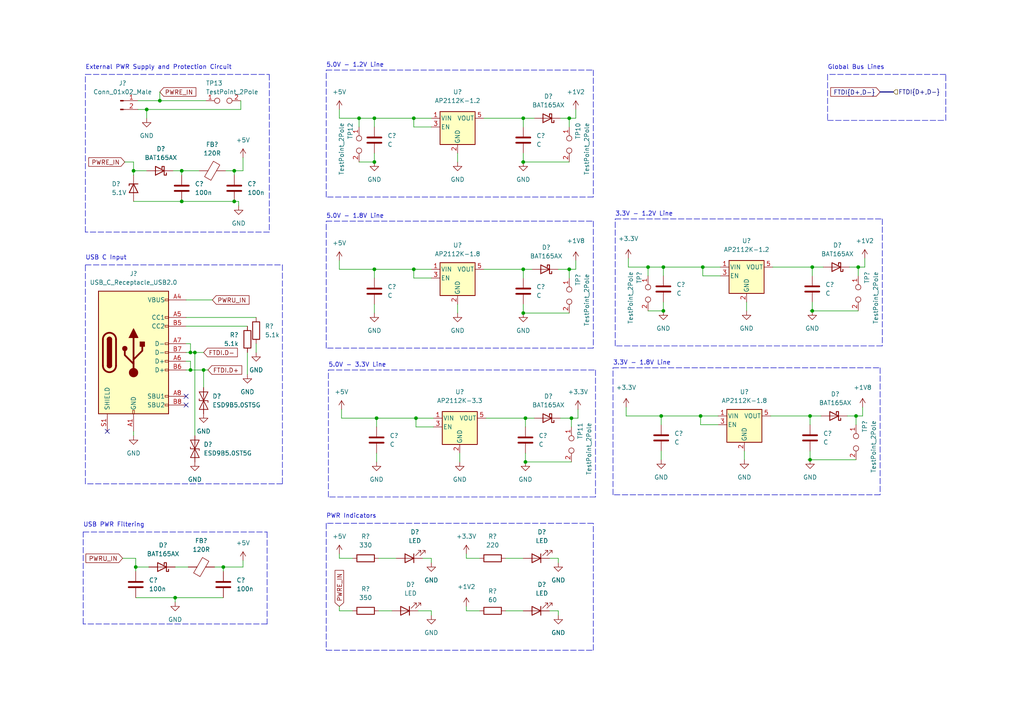
<source format=kicad_sch>
(kicad_sch (version 20211123) (generator eeschema)
  (paper "A4")
  (lib_symbols
    (symbol "Connector:Conn_01x02_Male" (pin_names (offset 1.016) hide)
      (property "Reference" "J" (at 0 2.54 0))
      (property "Value" "Conn_01x02_Male" (at 0 -5.08 0))
      (symbol "Conn_01x02_Male_1_1"
        (polyline (pts (xy 1.27 -2.54) (xy 0.8636 -2.54)) (stroke (width 0.1524)))
        (polyline (pts (xy 1.27 0) (xy 0.8636 0)) (stroke (width 0.1524)))
        (rectangle (start 0.8636 -2.413) (end 0 -2.667) (stroke (width 0.1524)) (fill (type outline)))
        (rectangle (start 0.8636 0.127) (end 0 -0.127) (stroke (width 0.1524)) (fill (type outline)))
        (pin passive line (at 5.08 0 180) (length 3.81) (name "Pin_1") (number "1"))
        (pin passive line (at 5.08 -2.54 180) (length 3.81) (name "Pin_2") (number "2"))
      )
    )
    (symbol "Connector:TestPoint_2Pole" (pin_names (offset 0.762) hide)
      (property "Reference" "TP" (at 0 1.524 0))
      (property "Value" "TestPoint_2Pole" (at 0 -1.778 0))
      (symbol "TestPoint_2Pole_0_1"
        (circle (center -1.778 0) (radius 0.762))
        (circle (center 1.778 0) (radius 0.762))
        (pin passive line (at -5.08 0 0) (length 2.54) (name "1") (number "1"))
        (pin passive line (at 5.08 0 180) (length 2.54) (name "2") (number "2"))
      )
    )
    (symbol "Connector:USB_C_Receptacle_USB2.0" (pin_names (offset 1.016))
      (property "Reference" "J" (at -10.16 19.05 0))
      (property "Value" "USB_C_Receptacle_USB2.0" (at 19.05 19.05 0))
      (symbol "USB_C_Receptacle_USB2.0_0_0"
        (rectangle (start -0.254 -17.78) (end 0.254 -16.764))
        (rectangle (start 10.16 -14.986) (end 9.144 -15.494))
        (rectangle (start 10.16 -12.446) (end 9.144 -12.954))
        (rectangle (start 10.16 -4.826) (end 9.144 -5.334))
        (rectangle (start 10.16 -2.286) (end 9.144 -2.794))
        (rectangle (start 10.16 0.254) (end 9.144 -0.254))
        (rectangle (start 10.16 2.794) (end 9.144 2.286))
        (rectangle (start 10.16 7.874) (end 9.144 7.366))
        (rectangle (start 10.16 10.414) (end 9.144 9.906))
        (rectangle (start 10.16 15.494) (end 9.144 14.986))
      )
      (symbol "USB_C_Receptacle_USB2.0_0_1"
        (rectangle (start -10.16 17.78) (end 10.16 -17.78) (stroke (width 0.254)) (fill (type background)))
        (arc (start -8.89 -3.81) (mid -6.985 -5.715) (end -5.08 -3.81) (stroke (width 0.508)))
        (arc (start -7.62 -3.81) (mid -6.985 -4.445) (end -6.35 -3.81) (stroke (width 0.254)))
        (arc (start -7.62 -3.81) (mid -6.985 -4.445) (end -6.35 -3.81) (stroke (width 0.254)) (fill (type outline)))
        (rectangle (start -7.62 -3.81) (end -6.35 3.81) (stroke (width 0.254)) (fill (type outline)))
        (arc (start -6.35 3.81) (mid -6.985 4.445) (end -7.62 3.81) (stroke (width 0.254)))
        (arc (start -6.35 3.81) (mid -6.985 4.445) (end -7.62 3.81) (stroke (width 0.254)) (fill (type outline)))
        (arc (start -5.08 3.81) (mid -6.985 5.715) (end -8.89 3.81) (stroke (width 0.508)))
        (circle (center -2.54 1.143) (radius 0.635) (stroke (width 0.254)) (fill (type outline)))
        (circle (center 0 -5.842) (radius 1.27) (fill (type outline)))
        (polyline (pts (xy -8.89 -3.81) (xy -8.89 3.81)) (stroke (width 0.508)))
        (polyline (pts (xy -5.08 3.81) (xy -5.08 -3.81)) (stroke (width 0.508)))
        (polyline (pts (xy 0 -5.842) (xy 0 4.318)) (stroke (width 0.508)))
        (polyline (pts (xy 0 -3.302) (xy -2.54 -0.762) (xy -2.54 0.508)) (stroke (width 0.508)))
        (polyline (pts (xy 0 -2.032) (xy 2.54 0.508) (xy 2.54 1.778)) (stroke (width 0.508)))
        (polyline (pts (xy -1.27 4.318) (xy 0 6.858) (xy 1.27 4.318) (xy -1.27 4.318)) (stroke (width 0.254)) (fill (type outline)))
        (rectangle (start 1.905 1.778) (end 3.175 3.048) (stroke (width 0.254)) (fill (type outline)))
      )
      (symbol "USB_C_Receptacle_USB2.0_1_1"
        (pin passive line (at 0 -22.86 90) (length 5.08) (name "GND") (number "A1"))
        (pin passive line (at 0 -22.86 90) (length 5.08) hide (name "GND") (number "A12"))
        (pin passive line (at 15.24 15.24 180) (length 5.08) (name "VBUS") (number "A4"))
        (pin bidirectional line (at 15.24 10.16 180) (length 5.08) (name "CC1") (number "A5"))
        (pin bidirectional line (at 15.24 -2.54 180) (length 5.08) (name "D+") (number "A6"))
        (pin bidirectional line (at 15.24 2.54 180) (length 5.08) (name "D-") (number "A7"))
        (pin bidirectional line (at 15.24 -12.7 180) (length 5.08) (name "SBU1") (number "A8"))
        (pin passive line (at 15.24 15.24 180) (length 5.08) hide (name "VBUS") (number "A9"))
        (pin passive line (at 0 -22.86 90) (length 5.08) hide (name "GND") (number "B1"))
        (pin passive line (at 0 -22.86 90) (length 5.08) hide (name "GND") (number "B12"))
        (pin passive line (at 15.24 15.24 180) (length 5.08) hide (name "VBUS") (number "B4"))
        (pin bidirectional line (at 15.24 7.62 180) (length 5.08) (name "CC2") (number "B5"))
        (pin bidirectional line (at 15.24 -5.08 180) (length 5.08) (name "D+") (number "B6"))
        (pin bidirectional line (at 15.24 0 180) (length 5.08) (name "D-") (number "B7"))
        (pin bidirectional line (at 15.24 -15.24 180) (length 5.08) (name "SBU2") (number "B8"))
        (pin passive line (at 15.24 15.24 180) (length 5.08) hide (name "VBUS") (number "B9"))
        (pin passive line (at -7.62 -22.86 90) (length 5.08) (name "SHIELD") (number "S1"))
      )
    )
    (symbol "Device:C" (pin_numbers hide) (pin_names (offset 0.254))
      (property "Reference" "C" (at 0.635 2.54 0))
      (property "Value" "C" (at 0.635 -2.54 0))
      (symbol "C_0_1"
        (polyline (pts (xy -2.032 -0.762) (xy 2.032 -0.762)) (stroke (width 0.508)))
        (polyline (pts (xy -2.032 0.762) (xy 2.032 0.762)) (stroke (width 0.508)))
      )
      (symbol "C_1_1"
        (pin passive line (at 0 3.81 270) (length 2.794) (name "~") (number "1"))
        (pin passive line (at 0 -3.81 90) (length 2.794) (name "~") (number "2"))
      )
    )
    (symbol "Device:D_Schottky" (pin_numbers hide) (pin_names (offset 1.016) hide)
      (property "Reference" "D" (at 0 2.54 0))
      (property "Value" "D_Schottky" (at 0 -2.54 0))
      (symbol "D_Schottky_0_1"
        (polyline (pts (xy 1.27 0) (xy -1.27 0)))
        (polyline (pts (xy 1.27 1.27) (xy 1.27 -1.27) (xy -1.27 0) (xy 1.27 1.27)) (stroke (width 0.254)))
        (polyline (pts (xy -1.905 0.635) (xy -1.905 1.27) (xy -1.27 1.27) (xy -1.27 -1.27) (xy -0.635 -1.27) (xy -0.635 -0.635)) (stroke (width 0.254)))
      )
      (symbol "D_Schottky_1_1"
        (pin passive line (at -3.81 0 0) (length 2.54) (name "K") (number "1"))
        (pin passive line (at 3.81 0 180) (length 2.54) (name "A") (number "2"))
      )
    )
    (symbol "Device:D_Zener" (pin_numbers hide) (pin_names (offset 1.016) hide)
      (property "Reference" "D" (at 0 2.54 0))
      (property "Value" "D_Zener" (at 0 -2.54 0))
      (symbol "D_Zener_0_1"
        (polyline (pts (xy 1.27 0) (xy -1.27 0)))
        (polyline (pts (xy -1.27 -1.27) (xy -1.27 1.27) (xy -0.762 1.27)) (stroke (width 0.254)))
        (polyline (pts (xy 1.27 -1.27) (xy 1.27 1.27) (xy -1.27 0) (xy 1.27 -1.27)) (stroke (width 0.254)))
      )
      (symbol "D_Zener_1_1"
        (pin passive line (at -3.81 0 0) (length 2.54) (name "K") (number "1"))
        (pin passive line (at 3.81 0 180) (length 2.54) (name "A") (number "2"))
      )
    )
    (symbol "Device:FerriteBead" (pin_numbers hide) (pin_names (offset 0))
      (property "Reference" "FB" (at -3.81 0.635 90))
      (property "Value" "FerriteBead" (at 3.81 0 90))
      (symbol "FerriteBead_0_1"
        (polyline (pts (xy 0 -1.27) (xy 0 -1.2192)))
        (polyline (pts (xy 0 1.27) (xy 0 1.2954)))
        (polyline (pts (xy -2.7686 0.4064) (xy -1.7018 2.2606) (xy 2.7686 -0.3048) (xy 1.6764 -2.159) (xy -2.7686 0.4064)))
      )
      (symbol "FerriteBead_1_1"
        (pin passive line (at 0 3.81 270) (length 2.54) (name "~") (number "1"))
        (pin passive line (at 0 -3.81 90) (length 2.54) (name "~") (number "2"))
      )
    )
    (symbol "Device:LED" (pin_numbers hide) (pin_names (offset 1.016) hide)
      (property "Reference" "D" (at 0 2.54 0))
      (property "Value" "LED" (at 0 -2.54 0))
      (symbol "LED_0_1"
        (polyline (pts (xy -1.27 -1.27) (xy -1.27 1.27)) (stroke (width 0.254)))
        (polyline (pts (xy -1.27 0) (xy 1.27 0)))
        (polyline (pts (xy 1.27 -1.27) (xy 1.27 1.27) (xy -1.27 0) (xy 1.27 -1.27)) (stroke (width 0.254)))
        (polyline (pts (xy -3.048 -0.762) (xy -4.572 -2.286) (xy -3.81 -2.286) (xy -4.572 -2.286) (xy -4.572 -1.524)))
        (polyline (pts (xy -1.778 -0.762) (xy -3.302 -2.286) (xy -2.54 -2.286) (xy -3.302 -2.286) (xy -3.302 -1.524)))
      )
      (symbol "LED_1_1"
        (pin passive line (at -3.81 0 0) (length 2.54) (name "K") (number "1"))
        (pin passive line (at 3.81 0 180) (length 2.54) (name "A") (number "2"))
      )
    )
    (symbol "Device:R" (pin_numbers hide) (pin_names (offset 0))
      (property "Reference" "R" (at 2.032 0 90))
      (property "Value" "R" (at 0 0 90))
      (symbol "R_0_1"
        (rectangle (start -1.016 -2.54) (end 1.016 2.54) (stroke (width 0.254)))
      )
      (symbol "R_1_1"
        (pin passive line (at 0 3.81 270) (length 1.27) (name "~") (number "1"))
        (pin passive line (at 0 -3.81 90) (length 1.27) (name "~") (number "2"))
      )
    )
    (symbol "Diode:ESD9B5.0ST5G" (pin_numbers hide) (pin_names (offset 1.016) hide)
      (property "Reference" "D" (at 0 2.54 0))
      (property "Value" "ESD9B5.0ST5G" (at 0 -2.54 0))
      (symbol "ESD9B5.0ST5G_0_1"
        (polyline (pts (xy 1.27 0) (xy -1.27 0)))
        (polyline (pts (xy -2.54 -1.27) (xy 0 0) (xy -2.54 1.27) (xy -2.54 -1.27)) (stroke (width 0.2032)))
        (polyline (pts (xy 0.508 1.27) (xy 0 1.27) (xy 0 -1.27) (xy -0.508 -1.27)) (stroke (width 0.2032)))
        (polyline (pts (xy 2.54 1.27) (xy 2.54 -1.27) (xy 0 0) (xy 2.54 1.27)) (stroke (width 0.2032)))
      )
      (symbol "ESD9B5.0ST5G_1_1"
        (pin passive line (at -3.81 0 0) (length 2.54) (name "A1") (number "1"))
        (pin passive line (at 3.81 0 180) (length 2.54) (name "A2") (number "2"))
      )
    )
    (symbol "Regulator_Linear:AP2112K-1.2" (pin_names (offset 0.254))
      (property "Reference" "U" (at -5.08 5.715 0))
      (property "Value" "AP2112K-1.2" (at 0 5.715 0))
      (symbol "AP2112K-1.2_0_1"
        (rectangle (start -5.08 4.445) (end 5.08 -5.08) (stroke (width 0.254)) (fill (type background)))
      )
      (symbol "AP2112K-1.2_1_1"
        (pin power_in line (at -7.62 2.54 0) (length 2.54) (name "VIN") (number "1"))
        (pin power_in line (at 0 -7.62 90) (length 2.54) (name "GND") (number "2"))
        (pin input line (at -7.62 0 0) (length 2.54) (name "EN") (number "3"))
        (pin no_connect line (at 5.08 0 180) (length 2.54) hide (name "NC") (number "4"))
        (pin power_out line (at 7.62 2.54 180) (length 2.54) (name "VOUT") (number "5"))
      )
    )
    (symbol "Regulator_Linear:AP2112K-3.3" (pin_names (offset 0.254))
      (property "Reference" "U" (at -5.08 5.715 0))
      (property "Value" "AP2112K-3.3" (at 0 5.715 0))
      (symbol "AP2112K-3.3_0_1"
        (rectangle (start -5.08 4.445) (end 5.08 -5.08) (stroke (width 0.254)) (fill (type background)))
      )
      (symbol "AP2112K-3.3_1_1"
        (pin power_in line (at -7.62 2.54 0) (length 2.54) (name "VIN") (number "1"))
        (pin power_in line (at 0 -7.62 90) (length 2.54) (name "GND") (number "2"))
        (pin input line (at -7.62 0 0) (length 2.54) (name "EN") (number "3"))
        (pin no_connect line (at 5.08 0 180) (length 2.54) hide (name "NC") (number "4"))
        (pin power_out line (at 7.62 2.54 180) (length 2.54) (name "VOUT") (number "5"))
      )
    )
    (symbol "power:+1V2" (power) (pin_names (offset 0))
      (property "Value" "+1V2" (at 0 3.556 0))
      (symbol "+1V2_0_1"
        (polyline (pts (xy -0.762 1.27) (xy 0 2.54)))
        (polyline (pts (xy 0 0) (xy 0 2.54)))
        (polyline (pts (xy 0 2.54) (xy 0.762 1.27)))
      )
      (symbol "+1V2_1_1"
        (pin power_in line (at 0 0 90) (length 0) hide (name "+1V2") (number "1"))
      )
    )
    (symbol "power:+1V8" (power) (pin_names (offset 0))
      (property "Value" "+1V8" (at 0 3.556 0))
      (symbol "+1V8_0_1"
        (polyline (pts (xy -0.762 1.27) (xy 0 2.54)))
        (polyline (pts (xy 0 0) (xy 0 2.54)))
        (polyline (pts (xy 0 2.54) (xy 0.762 1.27)))
      )
      (symbol "+1V8_1_1"
        (pin power_in line (at 0 0 90) (length 0) hide (name "+1V8") (number "1"))
      )
    )
    (symbol "power:+3.3V" (power) (pin_names (offset 0))
      (property "Value" "+3.3V" (at 0 3.556 0))
      (symbol "+3.3V_0_1"
        (polyline (pts (xy -0.762 1.27) (xy 0 2.54)))
        (polyline (pts (xy 0 0) (xy 0 2.54)))
        (polyline (pts (xy 0 2.54) (xy 0.762 1.27)))
      )
      (symbol "+3.3V_1_1"
        (pin power_in line (at 0 0 90) (length 0) hide (name "+3.3V") (number "1"))
      )
    )
    (symbol "power:+5V" (power) (pin_names (offset 0))
      (property "Value" "+5V" (at 0 3.556 0))
      (symbol "+5V_0_1"
        (polyline (pts (xy -0.762 1.27) (xy 0 2.54)))
        (polyline (pts (xy 0 0) (xy 0 2.54)))
        (polyline (pts (xy 0 2.54) (xy 0.762 1.27)))
      )
      (symbol "+5V_1_1"
        (pin power_in line (at 0 0 90) (length 0) hide (name "+5V") (number "1"))
      )
    )
    (symbol "power:GND" (power) (pin_names (offset 0))
      (property "Value" "GND" (at 0 -3.81 0))
      (symbol "GND_0_1"
        (polyline (pts (xy 0 0) (xy 0 -1.27) (xy 1.27 -1.27) (xy 0 -2.54) (xy -1.27 -1.27) (xy 0 -1.27)))
      )
      (symbol "GND_1_1"
        (pin power_in line (at 0 0 270) (length 0) hide (name "GND") (number "1"))
      )
    )
  )
  (junction (at 165.735 121.285))
  (junction (at 165.1 78.105))
  (junction (at 56.515 102.235))
  (junction (at 52.705 58.42))
  (junction (at 152.4 133.985))
  (junction (at 234.95 133.35))
  (junction (at 55.245 102.235))
  (junction (at 39.37 164.465))
  (junction (at 108.585 78.105))
  (junction (at 151.765 34.29))
  (junction (at 38.735 49.53))
  (junction (at 248.92 77.47))
  (junction (at 151.765 90.805))
  (junction (at 104.14 34.29))
  (junction (at 234.95 120.65))
  (junction (at 59.055 107.315))
  (junction (at 248.285 120.65))
  (junction (at 191.77 120.65))
  (junction (at 203.2 120.65))
  (junction (at 235.585 90.17))
  (junction (at 67.945 49.53))
  (junction (at 192.405 90.17))
  (junction (at 192.405 77.47))
  (junction (at 120.015 78.105))
  (junction (at 64.77 164.465))
  (junction (at 67.945 58.42))
  (junction (at 151.765 46.99))
  (junction (at 42.545 31.75))
  (junction (at 235.585 77.47))
  (junction (at 120.65 121.285))
  (junction (at 46.355 29.21))
  (junction (at 108.585 34.29))
  (junction (at 165.1 34.29))
  (junction (at 187.96 77.47))
  (junction (at 151.765 78.105))
  (junction (at 152.4 121.285))
  (junction (at 55.245 107.315))
  (junction (at 50.8 173.355))
  (junction (at 109.22 121.285))
  (junction (at 108.585 46.99))
  (junction (at 203.835 77.47))
  (junction (at 120.015 34.29))
  (junction (at 52.705 49.53))
  (no_connect (at 53.975 117.475))
  (no_connect (at 53.975 114.935))
  (no_connect (at 31.115 125.095))
  (wire (pts (xy 109.22 121.285) (xy 109.22 123.825)))
  (wire (pts (xy 132.715 88.265) (xy 132.715 90.805)))
  (wire (pts (xy 151.765 46.99) (xy 165.1 46.99)))
  (polyline (pts (xy 78.105 67.31) (xy 24.765 67.31)))
  (wire (pts (xy 191.77 130.81) (xy 191.77 133.35)))
  (wire (pts (xy 40.005 29.21) (xy 46.355 29.21)))
  (wire (pts (xy 167.005 31.75) (xy 167.005 34.29)))
  (wire (pts (xy 140.97 121.285) (xy 152.4 121.285)))
  (wire (pts (xy 161.925 161.925) (xy 161.925 163.195)))
  (wire (pts (xy 161.925 78.105) (xy 165.1 78.105)))
  (polyline (pts (xy 24.765 76.835) (xy 81.915 76.835)))
  (wire (pts (xy 46.355 26.67) (xy 46.355 29.21)))
  (wire (pts (xy 182.245 74.93) (xy 182.245 77.47)))
  (wire (pts (xy 98.425 75.565) (xy 98.425 78.105)))
  (wire (pts (xy 152.4 133.985) (xy 165.735 133.985)))
  (wire (pts (xy 108.585 78.105) (xy 108.585 80.645)))
  (wire (pts (xy 36.195 46.99) (xy 38.735 46.99)))
  (polyline (pts (xy 172.085 151.765) (xy 94.615 151.765)))
  (polyline (pts (xy 172.085 100.965) (xy 94.615 100.965)))
  (wire (pts (xy 216.535 87.63) (xy 216.535 90.17)))
  (wire (pts (xy 104.14 46.99) (xy 108.585 46.99)))
  (wire (pts (xy 234.95 130.81) (xy 234.95 133.35)))
  (wire (pts (xy 165.735 121.285) (xy 167.64 121.285)))
  (wire (pts (xy 38.735 46.99) (xy 38.735 49.53)))
  (wire (pts (xy 50.8 173.355) (xy 64.77 173.355)))
  (wire (pts (xy 52.705 58.42) (xy 67.945 58.42)))
  (wire (pts (xy 98.425 31.75) (xy 98.425 34.29)))
  (wire (pts (xy 167.005 75.565) (xy 167.005 78.105)))
  (wire (pts (xy 70.485 45.72) (xy 70.485 49.53)))
  (wire (pts (xy 224.155 77.47) (xy 235.585 77.47)))
  (wire (pts (xy 38.735 49.53) (xy 42.545 49.53)))
  (wire (pts (xy 38.735 58.42) (xy 52.705 58.42)))
  (wire (pts (xy 140.335 34.29) (xy 151.765 34.29)))
  (wire (pts (xy 159.385 177.165) (xy 161.925 177.165)))
  (wire (pts (xy 55.245 99.695) (xy 55.245 102.235)))
  (wire (pts (xy 42.545 31.75) (xy 69.85 31.75)))
  (wire (pts (xy 53.975 104.775) (xy 55.245 104.775)))
  (polyline (pts (xy 172.72 107.315) (xy 172.72 144.145)))
  (wire (pts (xy 56.515 102.235) (xy 56.515 126.365)))
  (wire (pts (xy 192.405 87.63) (xy 192.405 90.17)))
  (wire (pts (xy 161.925 177.165) (xy 161.925 178.435)))
  (wire (pts (xy 39.37 161.925) (xy 39.37 164.465)))
  (wire (pts (xy 152.4 121.285) (xy 152.4 123.825)))
  (wire (pts (xy 120.015 34.29) (xy 108.585 34.29)))
  (wire (pts (xy 203.2 120.65) (xy 208.28 120.65)))
  (wire (pts (xy 235.585 77.47) (xy 238.76 77.47)))
  (wire (pts (xy 120.015 78.105) (xy 108.585 78.105)))
  (polyline (pts (xy 255.27 106.68) (xy 255.27 143.51)))
  (polyline (pts (xy 177.8 143.51) (xy 177.8 106.68)))
  (wire (pts (xy 104.14 34.29) (xy 104.14 36.83)))
  (wire (pts (xy 165.1 78.105) (xy 165.1 80.645)))
  (wire (pts (xy 120.65 123.825) (xy 120.65 121.285)))
  (polyline (pts (xy 255.905 63.5) (xy 255.905 100.33)))
  (wire (pts (xy 151.765 90.805) (xy 165.1 90.805)))
  (wire (pts (xy 191.77 120.65) (xy 191.77 123.19)))
  (wire (pts (xy 122.555 161.925) (xy 125.095 161.925)))
  (wire (pts (xy 70.485 49.53) (xy 67.945 49.53)))
  (polyline (pts (xy 172.085 57.15) (xy 94.615 57.15)))
  (wire (pts (xy 50.8 173.355) (xy 50.8 174.625)))
  (wire (pts (xy 38.735 125.095) (xy 38.735 126.365)))
  (wire (pts (xy 55.245 104.775) (xy 55.245 107.315)))
  (wire (pts (xy 52.705 49.53) (xy 52.705 50.8)))
  (polyline (pts (xy 178.435 100.33) (xy 178.435 63.5)))
  (polyline (pts (xy 95.25 107.315) (xy 172.72 107.315)))
  (polyline (pts (xy 177.8 106.68) (xy 255.27 106.68)))
  (wire (pts (xy 234.95 133.35) (xy 248.285 133.35)))
  (polyline (pts (xy 178.435 63.5) (xy 255.905 63.5)))
  (wire (pts (xy 165.735 121.285) (xy 165.735 123.825)))
  (wire (pts (xy 151.765 34.29) (xy 154.94 34.29)))
  (wire (pts (xy 192.405 77.47) (xy 192.405 80.01)))
  (polyline (pts (xy 94.615 64.135) (xy 172.085 64.135)))
  (wire (pts (xy 104.14 34.29) (xy 98.425 34.29)))
  (polyline (pts (xy 172.085 188.595) (xy 172.085 151.765)))
  (polyline (pts (xy 94.615 57.15) (xy 94.615 20.32)))
  (wire (pts (xy 135.255 160.655) (xy 135.255 161.925)))
  (wire (pts (xy 234.95 90.17) (xy 235.585 90.17)))
  (wire (pts (xy 56.515 102.235) (xy 59.055 102.235)))
  (wire (pts (xy 38.735 49.53) (xy 38.735 50.8)))
  (wire (pts (xy 248.92 77.47) (xy 248.92 80.01)))
  (wire (pts (xy 120.015 36.83) (xy 120.015 34.29)))
  (wire (pts (xy 187.96 90.17) (xy 192.405 90.17)))
  (wire (pts (xy 98.425 175.895) (xy 98.425 177.165)))
  (wire (pts (xy 109.22 121.285) (xy 99.06 121.285)))
  (wire (pts (xy 113.665 177.165) (xy 109.855 177.165)))
  (wire (pts (xy 235.585 77.47) (xy 235.585 80.01)))
  (wire (pts (xy 98.425 177.165) (xy 102.235 177.165)))
  (wire (pts (xy 203.835 77.47) (xy 208.915 77.47)))
  (wire (pts (xy 223.52 120.65) (xy 234.95 120.65)))
  (polyline (pts (xy 94.615 188.595) (xy 172.085 188.595)))
  (wire (pts (xy 208.915 80.01) (xy 203.835 80.01)))
  (wire (pts (xy 109.22 131.445) (xy 109.22 133.985)))
  (polyline (pts (xy 94.615 20.32) (xy 172.085 20.32)))
  (wire (pts (xy 125.095 161.925) (xy 125.095 163.195)))
  (polyline (pts (xy 24.765 21.59) (xy 78.105 21.59)))
  (wire (pts (xy 140.335 78.105) (xy 151.765 78.105)))
  (wire (pts (xy 53.975 92.075) (xy 74.295 92.075)))
  (wire (pts (xy 59.055 107.315) (xy 55.245 107.315)))
  (polyline (pts (xy 77.47 154.305) (xy 77.47 180.975)))
  (wire (pts (xy 203.2 120.65) (xy 203.2 123.19)))
  (polyline (pts (xy 81.915 76.835) (xy 81.915 140.335)))
  (wire (pts (xy 151.765 177.165) (xy 146.685 177.165)))
  (polyline (pts (xy 94.615 151.765) (xy 94.615 188.595)))
  (wire (pts (xy 50.8 164.465) (xy 54.61 164.465)))
  (polyline (pts (xy 274.32 21.59) (xy 240.03 21.59)))
  (wire (pts (xy 151.765 161.925) (xy 146.685 161.925)))
  (wire (pts (xy 120.65 121.285) (xy 109.22 121.285)))
  (wire (pts (xy 248.285 120.65) (xy 248.285 123.19)))
  (wire (pts (xy 181.61 120.65) (xy 191.77 120.65)))
  (wire (pts (xy 250.19 118.11) (xy 250.19 120.65)))
  (wire (pts (xy 99.06 118.745) (xy 99.06 121.285)))
  (wire (pts (xy 46.355 29.21) (xy 59.69 29.21)))
  (wire (pts (xy 234.95 120.65) (xy 238.125 120.65)))
  (polyline (pts (xy 94.615 100.965) (xy 94.615 64.135)))
  (wire (pts (xy 69.215 58.42) (xy 67.945 58.42)))
  (wire (pts (xy 165.1 34.29) (xy 165.1 36.83)))
  (polyline (pts (xy 95.25 144.145) (xy 95.25 107.315)))
  (wire (pts (xy 64.77 164.465) (xy 70.485 164.465)))
  (wire (pts (xy 67.945 49.53) (xy 67.945 50.8)))
  (wire (pts (xy 250.825 74.93) (xy 250.825 77.47)))
  (wire (pts (xy 56.515 102.235) (xy 55.245 102.235)))
  (polyline (pts (xy 172.72 144.145) (xy 95.25 144.145)))
  (wire (pts (xy 39.37 173.355) (xy 50.8 173.355)))
  (wire (pts (xy 191.77 120.65) (xy 203.2 120.65)))
  (wire (pts (xy 35.56 161.925) (xy 39.37 161.925)))
  (wire (pts (xy 108.585 44.45) (xy 108.585 46.99)))
  (polyline (pts (xy 24.13 154.305) (xy 77.47 154.305)))
  (wire (pts (xy 234.315 133.35) (xy 234.95 133.35)))
  (wire (pts (xy 203.835 77.47) (xy 203.835 80.01)))
  (wire (pts (xy 64.77 164.465) (xy 64.77 165.735)))
  (wire (pts (xy 151.765 78.105) (xy 154.305 78.105)))
  (wire (pts (xy 69.215 59.69) (xy 69.215 58.42)))
  (wire (pts (xy 248.285 120.65) (xy 250.19 120.65)))
  (bus (pts (xy 255.27 26.67) (xy 259.08 26.67)))
  (polyline (pts (xy 240.03 34.925) (xy 274.32 34.925)))
  (wire (pts (xy 181.61 118.11) (xy 181.61 120.65)))
  (wire (pts (xy 208.28 123.19) (xy 203.2 123.19)))
  (wire (pts (xy 135.255 161.925) (xy 139.065 161.925)))
  (wire (pts (xy 74.295 99.695) (xy 74.295 102.235)))
  (wire (pts (xy 125.095 34.29) (xy 120.015 34.29)))
  (wire (pts (xy 162.56 34.29) (xy 165.1 34.29)))
  (wire (pts (xy 192.405 77.47) (xy 187.96 77.47)))
  (wire (pts (xy 59.055 107.315) (xy 59.055 112.395)))
  (wire (pts (xy 125.095 177.165) (xy 125.095 178.435)))
  (wire (pts (xy 108.585 34.29) (xy 104.14 34.29)))
  (wire (pts (xy 120.015 80.645) (xy 120.015 78.105)))
  (wire (pts (xy 108.585 88.265) (xy 108.585 90.805)))
  (wire (pts (xy 133.35 131.445) (xy 133.35 133.985)))
  (wire (pts (xy 151.765 78.105) (xy 151.765 80.645)))
  (wire (pts (xy 215.9 130.81) (xy 215.9 133.35)))
  (wire (pts (xy 246.38 77.47) (xy 248.92 77.47)))
  (wire (pts (xy 165.1 78.105) (xy 167.005 78.105)))
  (wire (pts (xy 245.745 120.65) (xy 248.285 120.65)))
  (wire (pts (xy 98.425 160.655) (xy 98.425 161.925)))
  (wire (pts (xy 62.23 164.465) (xy 64.77 164.465)))
  (wire (pts (xy 151.765 44.45) (xy 151.765 46.99)))
  (wire (pts (xy 55.245 107.315) (xy 53.975 107.315)))
  (wire (pts (xy 108.585 78.105) (xy 98.425 78.105)))
  (wire (pts (xy 162.56 121.285) (xy 165.735 121.285)))
  (wire (pts (xy 234.95 120.65) (xy 234.95 123.19)))
  (wire (pts (xy 135.255 177.165) (xy 139.065 177.165)))
  (polyline (pts (xy 255.905 100.33) (xy 178.435 100.33)))
  (wire (pts (xy 39.37 164.465) (xy 39.37 165.735)))
  (wire (pts (xy 39.37 164.465) (xy 43.18 164.465)))
  (polyline (pts (xy 172.085 64.135) (xy 172.085 100.965)))
  (wire (pts (xy 65.405 49.53) (xy 67.945 49.53)))
  (wire (pts (xy 248.92 77.47) (xy 250.825 77.47)))
  (wire (pts (xy 125.095 78.105) (xy 120.015 78.105)))
  (wire (pts (xy 159.385 161.925) (xy 161.925 161.925)))
  (polyline (pts (xy 240.03 21.59) (xy 240.03 34.925)))
  (wire (pts (xy 125.095 80.645) (xy 120.015 80.645)))
  (wire (pts (xy 125.73 121.285) (xy 120.65 121.285)))
  (wire (pts (xy 125.095 36.83) (xy 120.015 36.83)))
  (wire (pts (xy 151.765 88.265) (xy 151.765 90.805)))
  (wire (pts (xy 40.005 31.75) (xy 42.545 31.75)))
  (wire (pts (xy 135.255 175.895) (xy 135.255 177.165)))
  (wire (pts (xy 151.13 46.99) (xy 151.765 46.99)))
  (polyline (pts (xy 255.27 143.51) (xy 177.8 143.51)))
  (wire (pts (xy 152.4 131.445) (xy 152.4 133.985)))
  (wire (pts (xy 69.85 29.21) (xy 69.85 31.75)))
  (wire (pts (xy 59.055 107.315) (xy 60.325 107.315)))
  (wire (pts (xy 165.1 34.29) (xy 167.005 34.29)))
  (wire (pts (xy 192.405 77.47) (xy 203.835 77.47)))
  (polyline (pts (xy 24.13 180.975) (xy 24.13 154.305)))
  (polyline (pts (xy 172.085 20.32) (xy 172.085 57.15)))
  (wire (pts (xy 55.245 102.235) (xy 53.975 102.235)))
  (polyline (pts (xy 24.765 67.31) (xy 24.765 21.59)))
  (polyline (pts (xy 77.47 180.975) (xy 24.13 180.975)))
  (wire (pts (xy 53.975 94.615) (xy 71.755 94.615)))
  (wire (pts (xy 121.285 177.165) (xy 125.095 177.165)))
  (wire (pts (xy 167.64 118.745) (xy 167.64 121.285)))
  (wire (pts (xy 42.545 31.75) (xy 42.545 34.29)))
  (wire (pts (xy 71.755 102.235) (xy 71.755 108.585)))
  (wire (pts (xy 108.585 34.29) (xy 108.585 36.83)))
  (polyline (pts (xy 274.32 34.925) (xy 274.32 21.59)))
  (wire (pts (xy 70.485 164.465) (xy 70.485 162.56)))
  (wire (pts (xy 52.705 49.53) (xy 57.785 49.53)))
  (wire (pts (xy 50.165 49.53) (xy 52.705 49.53)))
  (polyline (pts (xy 24.765 140.335) (xy 24.765 76.835)))
  (wire (pts (xy 187.96 77.47) (xy 187.96 80.01)))
  (wire (pts (xy 187.96 77.47) (xy 182.245 77.47)))
  (wire (pts (xy 53.975 86.995) (xy 61.595 86.995)))
  (polyline (pts (xy 78.105 21.59) (xy 78.105 67.31)))
  (wire (pts (xy 98.425 161.925) (xy 102.235 161.925)))
  (wire (pts (xy 125.73 123.825) (xy 120.65 123.825)))
  (wire (pts (xy 235.585 87.63) (xy 235.585 90.17)))
  (wire (pts (xy 53.975 99.695) (xy 55.245 99.695)))
  (wire (pts (xy 151.765 34.29) (xy 151.765 36.83)))
  (wire (pts (xy 114.935 161.925) (xy 109.855 161.925)))
  (wire (pts (xy 132.715 44.45) (xy 132.715 46.99)))
  (wire (pts (xy 235.585 90.17) (xy 248.92 90.17)))
  (wire (pts (xy 152.4 121.285) (xy 154.94 121.285)))
  (polyline (pts (xy 81.915 140.335) (xy 24.765 140.335)))
  (text "3.3V - 1.8V Line" (at 177.8 106.045 0) (effects (font (size 1.27 1.27)) (justify left bottom)))
  (text "5.0V - 1.2V Line" (at 94.615 19.685 0) (effects (font (size 1.27 1.27)) (justify left bottom)))
  (text "PWR Indicators" (at 94.615 150.495 0) (effects (font (size 1.27 1.27)) (justify left bottom)))
  (text "5.0V - 1.8V Line" (at 94.615 63.5 0) (effects (font (size 1.27 1.27)) (justify left bottom)))
  (text "Global Bus Lines" (at 240.03 20.32 0) (effects (font (size 1.27 1.27)) (justify left bottom)))
  (text "USB C Input\n" (at 24.765 75.565 0) (effects (font (size 1.27 1.27)) (justify left bottom)))
  (text "USB PWR Filtering" (at 24.13 153.035 0) (effects (font (size 1.27 1.27)) (justify left bottom)))
  (text "3.3V - 1.2V Line" (at 178.435 62.865 0) (effects (font (size 1.27 1.27)) (justify left bottom)))
  (text "5.0V - 3.3V Line" (at 95.25 106.68 0) (effects (font (size 1.27 1.27)) (justify left bottom)))
  (text "External PWR Supply and Protection Circuit" (at 24.765 20.32 0) (effects (font (size 1.27 1.27)) (justify left bottom)))
  (global_label "PWRU_IN" (shape input) (at 61.595 86.995 0) (property "Sayfalar Arası Referanslar" "${INTERSHEET_REFS}" (effects hide)))
  (global_label "PWRU_IN" (shape input) (at 35.56 161.925 180) (property "Sayfalar Arası Referanslar" "${INTERSHEET_REFS}" (effects hide)))
  (global_label "PWRE_IN" (shape input) (at 98.425 175.895 90) (property "Sayfalar Arası Referanslar" "${INTERSHEET_REFS}" (effects hide)))
  (global_label "FTDI.D+" (shape input) (at 60.325 107.315 0) (property "Sayfalar Arası Referanslar" "${INTERSHEET_REFS}" (effects hide)))
  (global_label "FTDI{D+,D-}" (shape input) (at 255.27 26.67 180) (property "Sayfalar Arası Referanslar" "${INTERSHEET_REFS}" (effects hide)))
  (global_label "FTDI.D-" (shape input) (at 59.055 102.235 0) (property "Sayfalar Arası Referanslar" "${INTERSHEET_REFS}" (effects hide)))
  (global_label "PWRE_IN" (shape input) (at 36.195 46.99 180) (property "Sayfalar Arası Referanslar" "${INTERSHEET_REFS}" (effects hide)))
  (global_label "PWRE_IN" (shape input) (at 46.355 26.67 0) (property "Sayfalar Arası Referanslar" "${INTERSHEET_REFS}" (effects hide)))
  (hierarchical_label "FTDI{D+,D-}" (shape input) (at 259.08 26.67 0))
  (symbol (lib_id "Device:D_Zener") (at 38.735 54.61 90) (mirror x) (unit 1)
    (property "Reference" "D?" (at 32.385 53.34 90) (effects (justify right)))
    (property "Value" "5.1V" (at 32.385 55.88 90) (effects (justify right)))
    (property "Footprint" "Diode_SMD:D_0402_1005Metric" (effects hide))
  )
  (symbol (lib_id "Diode:ESD9B5.0ST5G") (at 59.055 116.205 90) (unit 1)
    (property "Reference" "D?" (at 61.595 114.9349 90) (effects (justify right)))
    (property "Value" "ESD9B5.0ST5G" (at 61.595 117.4749 90) (effects (justify right)))
    (property "Footprint" "Diode_SMD:D_SOD-923" (effects hide))
    (property "Datasheet" "https://www.onsemi.com/pub/Collateral/ESD9B-D.PDF" (effects hide))
  )
  (symbol (lib_id "Device:R") (at 106.045 161.925 90) (unit 1)
    (property "Reference" "R?" (at 106.045 155.575 90))
    (property "Value" "330" (at 106.045 158.115 90))
    (property "Footprint" "Resistor_SMD:R_0402_1005Metric" (effects hide))
  )
  (symbol (lib_id "Device:FerriteBead") (at 58.42 164.465 90) (unit 1)
    (property "Reference" "FB?" (at 58.3692 156.845 90))
    (property "Value" "120R" (at 58.3692 159.385 90))
    (property "Footprint" "Inductor_SMD:L_0603_1608Metric" (effects hide))
  )
  (symbol (lib_id "Connector:TestPoint_2Pole") (at 165.1 41.91 270) (unit 1)
    (property "Reference" "TP10" (at 167.64 35.56 0) (effects (justify left)))
    (property "Value" "TestPoint_2Pole" (at 170.18 35.56 0) (effects (justify left)))
  )
  (symbol (lib_id "Device:C") (at 108.585 40.64 0) (unit 1)
    (property "Reference" "C?" (at 112.395 39.3699 0) (effects (justify left)))
    (property "Value" "C" (at 112.395 41.9099 0) (effects (justify left)))
  )
  (symbol (lib_id "power:+1V8") (at 167.005 75.565 0) (unit 1)
    (property "Reference" "#PWR?" (effects hide))
    (property "Value" "+1V8" (at 167.005 69.85 0))
  )
  (symbol (lib_id "Device:D_Schottky") (at 242.57 77.47 180) (unit 1)
    (property "Reference" "D?" (at 242.8875 71.12 0))
    (property "Value" "BAT165AX" (at 242.8875 73.66 0))
    (property "Footprint" "Diode_SMD:D_0402_1005Metric" (effects hide))
  )
  (symbol (lib_id "power:GND") (at 132.715 90.805 0) (unit 1)
    (property "Reference" "#PWR?" (effects hide))
    (property "Value" "GND" (at 132.715 95.885 0))
  )
  (symbol (lib_id "power:+3.3V") (at 135.255 160.655 0) (unit 1)
    (property "Reference" "#PWR?" (effects hide))
    (property "Value" "+3.3V" (at 135.255 155.575 0))
  )
  (symbol (lib_id "Device:D_Schottky") (at 158.115 78.105 180) (unit 1)
    (property "Reference" "D?" (at 158.4325 71.755 0))
    (property "Value" "BAT165AX" (at 158.4325 74.295 0))
    (property "Footprint" "Diode_SMD:D_0402_1005Metric" (effects hide))
  )
  (symbol (lib_id "power:GND") (at 235.585 90.17 0) (unit 1)
    (property "Reference" "#PWR?" (effects hide))
    (property "Value" "GND" (at 235.585 95.25 0))
  )
  (symbol (lib_id "Device:R") (at 142.875 177.165 90) (unit 1)
    (property "Reference" "R?" (at 142.875 171.45 90))
    (property "Value" "60" (at 142.875 173.99 90))
    (property "Footprint" "Resistor_SMD:R_0402_1005Metric" (effects hide))
  )
  (symbol (lib_id "Connector:TestPoint_2Pole") (at 165.1 85.725 270) (unit 1)
    (property "Reference" "TP?" (at 167.64 79.375 0) (effects (justify left)))
    (property "Value" "TestPoint_2Pole" (at 170.18 79.375 0) (effects (justify left)))
  )
  (symbol (lib_id "power:GND") (at 108.585 46.99 0) (unit 1)
    (property "Reference" "#PWR?" (effects hide))
    (property "Value" "GND" (at 108.585 52.07 0))
  )
  (symbol (lib_id "power:+1V2") (at 250.825 74.93 0) (unit 1)
    (property "Reference" "#PWR?" (effects hide))
    (property "Value" "+1V2" (at 250.825 69.85 0))
  )
  (symbol (lib_id "power:GND") (at 56.515 133.985 0) (unit 1)
    (property "Reference" "#PWR?" (effects hide))
    (property "Value" "GND" (at 56.515 139.065 0))
  )
  (symbol (lib_id "power:+3.3V") (at 167.64 118.745 0) (unit 1)
    (property "Reference" "#PWR?" (effects hide))
    (property "Value" "+3.3V" (at 167.64 113.665 0))
  )
  (symbol (lib_id "Diode:ESD9B5.0ST5G") (at 56.515 130.175 90) (unit 1)
    (property "Reference" "D?" (at 59.055 128.9049 90) (effects (justify right)))
    (property "Value" "ESD9B5.0ST5G" (at 59.055 131.4449 90) (effects (justify right)))
    (property "Footprint" "Diode_SMD:D_SOD-923" (effects hide))
    (property "Datasheet" "https://www.onsemi.com/pub/Collateral/ESD9B-D.PDF" (effects hide))
  )
  (symbol (lib_id "Device:C") (at 52.705 54.61 0) (unit 1)
    (property "Reference" "C?" (at 56.515 53.3399 0) (effects (justify left)))
    (property "Value" "100n" (at 56.515 55.8799 0) (effects (justify left)))
    (property "Footprint" "Capacitor_SMD:C_0603_1608Metric" (effects hide))
  )
  (symbol (lib_id "power:GND") (at 216.535 90.17 0) (unit 1)
    (property "Reference" "#PWR?" (effects hide))
    (property "Value" "GND" (at 216.535 95.25 0))
  )
  (symbol (lib_id "Device:LED") (at 155.575 177.165 180) (unit 1)
    (property "Reference" "D?" (at 157.1625 169.545 0))
    (property "Value" "LED" (at 157.1625 172.085 0))
    (property "Footprint" "LED_SMD:LED_0402_1005Metric" (effects hide))
  )
  (symbol (lib_id "power:GND") (at 151.765 46.99 0) (unit 1)
    (property "Reference" "#PWR?" (effects hide))
    (property "Value" "GND" (at 151.765 52.07 0))
  )
  (symbol (lib_id "Device:LED") (at 155.575 161.925 180) (unit 1)
    (property "Reference" "D?" (at 157.1625 154.305 0))
    (property "Value" "LED" (at 157.1625 156.845 0))
    (property "Footprint" "LED_SMD:LED_0402_1005Metric" (effects hide))
  )
  (symbol (lib_id "Device:D_Schottky") (at 158.75 121.285 180) (unit 1)
    (property "Reference" "D?" (at 159.0675 114.935 0))
    (property "Value" "BAT165AX" (at 159.0675 117.475 0))
    (property "Footprint" "Diode_SMD:D_0402_1005Metric" (effects hide))
  )
  (symbol (lib_id "Connector:TestPoint_2Pole") (at 104.14 41.91 270) (unit 1)
    (property "Reference" "TP12" (at 101.6 35.56 0) (effects (justify left)))
    (property "Value" "TestPoint_2Pole" (at 99.06 35.56 0) (effects (justify left)))
  )
  (symbol (lib_id "Connector:TestPoint_2Pole") (at 248.285 128.27 270) (unit 1)
    (property "Reference" "TP?" (at 250.825 121.92 0) (effects (justify left)))
    (property "Value" "TestPoint_2Pole" (at 253.365 121.92 0) (effects (justify left)))
  )
  (symbol (lib_id "power:+5V") (at 99.06 118.745 0) (unit 1)
    (property "Reference" "#PWR?" (effects hide))
    (property "Value" "+5V" (at 99.06 113.665 0))
  )
  (symbol (lib_id "power:GND") (at 59.055 120.015 0) (unit 1)
    (property "Reference" "#PWR?" (effects hide))
    (property "Value" "GND" (at 59.055 125.095 0))
  )
  (symbol (lib_id "Connector:TestPoint_2Pole") (at 187.96 85.09 270) (unit 1)
    (property "Reference" "TP?" (at 185.42 78.74 0) (effects (justify left)))
    (property "Value" "TestPoint_2Pole" (at 182.88 78.74 0) (effects (justify left)))
  )
  (symbol (lib_id "Device:C") (at 109.22 127.635 0) (unit 1)
    (property "Reference" "C?" (at 113.03 126.3649 0) (effects (justify left)))
    (property "Value" "C" (at 113.03 128.9049 0) (effects (justify left)))
  )
  (symbol (lib_id "Device:R") (at 142.875 161.925 90) (unit 1)
    (property "Reference" "R?" (at 142.875 155.575 90))
    (property "Value" "220" (at 142.875 158.115 90))
    (property "Footprint" "Resistor_SMD:R_0402_1005Metric" (effects hide))
  )
  (symbol (lib_id "Device:FerriteBead") (at 61.595 49.53 90) (unit 1)
    (property "Reference" "FB?" (at 61.5442 41.91 90))
    (property "Value" "120R" (at 61.5442 44.45 90))
    (property "Footprint" "Inductor_SMD:L_0603_1608Metric" (effects hide))
  )
  (symbol (lib_id "power:GND") (at 191.77 133.35 0) (unit 1)
    (property "Reference" "#PWR?" (effects hide))
    (property "Value" "GND" (at 191.77 138.43 0))
  )
  (symbol (lib_id "power:GND") (at 161.925 178.435 0) (unit 1)
    (property "Reference" "#PWR?" (effects hide))
    (property "Value" "GND" (at 161.925 183.515 0))
  )
  (symbol (lib_id "power:GND") (at 152.4 133.985 0) (unit 1)
    (property "Reference" "#PWR?" (effects hide))
    (property "Value" "GND" (at 152.4 139.065 0))
  )
  (symbol (lib_id "power:GND") (at 108.585 90.805 0) (unit 1)
    (property "Reference" "#PWR?" (effects hide))
    (property "Value" "GND" (at 108.585 95.885 0))
  )
  (symbol (lib_id "Device:R") (at 106.045 177.165 90) (unit 1)
    (property "Reference" "R?" (at 106.045 170.815 90))
    (property "Value" "350" (at 106.045 173.355 90))
    (property "Footprint" "Resistor_SMD:R_0402_1005Metric" (effects hide))
  )
  (symbol (lib_id "Connector:TestPoint_2Pole") (at 64.77 29.21 0) (mirror x) (unit 1)
    (property "Reference" "TP13" (at 59.69 24.13 0) (effects (justify left)))
    (property "Value" "TestPoint_2Pole" (at 59.69 26.67 0) (effects (justify left)))
  )
  (symbol (lib_id "Device:C") (at 108.585 84.455 0) (unit 1)
    (property "Reference" "C?" (at 112.395 83.1849 0) (effects (justify left)))
    (property "Value" "C" (at 112.395 85.7249 0) (effects (justify left)))
  )
  (symbol (lib_id "Device:LED") (at 117.475 177.165 180) (unit 1)
    (property "Reference" "D?" (at 119.0625 169.545 0))
    (property "Value" "LED" (at 119.0625 172.085 0))
    (property "Footprint" "LED_SMD:LED_0402_1005Metric" (effects hide))
  )
  (symbol (lib_id "Device:D_Schottky") (at 46.99 164.465 180) (unit 1)
    (property "Reference" "D?" (at 47.3075 158.115 0))
    (property "Value" "BAT165AX" (at 47.3075 160.655 0))
    (property "Footprint" "Diode_SMD:D_0402_1005Metric" (effects hide))
  )
  (symbol (lib_id "power:GND") (at 42.545 34.29 0) (unit 1)
    (property "Reference" "#PWR?" (effects hide))
    (property "Value" "GND" (at 42.545 39.37 0))
  )
  (symbol (lib_id "power:GND") (at 133.35 133.985 0) (unit 1)
    (property "Reference" "#PWR?" (effects hide))
    (property "Value" "GND" (at 133.35 139.065 0))
  )
  (symbol (lib_id "power:GND") (at 151.765 90.805 0) (unit 1)
    (property "Reference" "#PWR?" (effects hide))
    (property "Value" "GND" (at 151.765 95.885 0))
  )
  (symbol (lib_id "power:GND") (at 74.295 102.235 0) (unit 1)
    (property "Reference" "#PWR?" (effects hide))
    (property "Value" "GND" (at 74.295 107.315 0))
  )
  (symbol (lib_id "Connector:TestPoint_2Pole") (at 165.735 128.905 270) (unit 1)
    (property "Reference" "TP11" (at 168.275 122.555 0) (effects (justify left)))
    (property "Value" "TestPoint_2Pole" (at 170.815 122.555 0) (effects (justify left)))
  )
  (symbol (lib_id "power:GND") (at 125.095 178.435 0) (unit 1)
    (property "Reference" "#PWR?" (effects hide))
    (property "Value" "GND" (at 125.095 183.515 0))
  )
  (symbol (lib_id "Device:C") (at 192.405 83.82 0) (unit 1)
    (property "Reference" "C?" (at 196.215 82.5499 0) (effects (justify left)))
    (property "Value" "C" (at 196.215 85.0899 0) (effects (justify left)))
  )
  (symbol (lib_id "power:+5V") (at 98.425 75.565 0) (unit 1)
    (property "Reference" "#PWR?" (effects hide))
    (property "Value" "+5V" (at 98.425 70.485 0))
  )
  (symbol (lib_id "Regulator_Linear:AP2112K-1.2") (at 132.715 36.83 0) (unit 1)
    (property "Reference" "U?" (at 132.715 26.67 0))
    (property "Value" "AP2112K-1.2" (at 132.715 29.21 0))
    (property "Footprint" "Package_TO_SOT_SMD:SOT-23-5" (effects hide))
    (property "Datasheet" "https://www.diodes.com/assets/Datasheets/AP2112.pdf" (effects hide))
  )
  (symbol (lib_id "power:GND") (at 132.715 46.99 0) (unit 1)
    (property "Reference" "#PWR?" (effects hide))
    (property "Value" "GND" (at 132.715 52.07 0))
  )
  (symbol (lib_id "power:GND") (at 192.405 90.17 0) (unit 1)
    (property "Reference" "#PWR?" (effects hide))
    (property "Value" "GND" (at 192.405 95.25 0))
  )
  (symbol (lib_id "Device:D_Schottky") (at 46.355 49.53 180) (unit 1)
    (property "Reference" "D?" (at 46.6725 43.18 0))
    (property "Value" "BAT165AX" (at 46.6725 45.72 0))
    (property "Footprint" "Diode_SMD:D_0402_1005Metric" (effects hide))
  )
  (symbol (lib_id "Device:C") (at 191.77 127 0) (unit 1)
    (property "Reference" "C?" (at 195.58 125.7299 0) (effects (justify left)))
    (property "Value" "C" (at 195.58 128.2699 0) (effects (justify left)))
  )
  (symbol (lib_id "power:+5V") (at 70.485 162.56 0) (unit 1)
    (property "Reference" "#PWR?" (effects hide))
    (property "Value" "+5V" (at 70.485 157.48 0))
  )
  (symbol (lib_id "Device:D_Schottky") (at 241.935 120.65 180) (unit 1)
    (property "Reference" "D?" (at 242.2525 114.3 0))
    (property "Value" "BAT165AX" (at 242.2525 116.84 0))
    (property "Footprint" "Diode_SMD:D_0402_1005Metric" (effects hide))
  )
  (symbol (lib_id "Connector:USB_C_Receptacle_USB2.0") (at 38.735 102.235 0) (unit 1)
    (property "Reference" "J?" (at 38.735 79.375 0))
    (property "Value" "USB_C_Receptacle_USB2.0" (at 38.735 81.915 0))
    (property "Footprint" "Connector_USB:USB_C_Receptacle_HRO_TYPE-C-31-M-12" (effects hide))
    (property "Datasheet" "https://www.usb.org/sites/default/files/documents/usb_type-c.zip" (effects hide))
  )
  (symbol (lib_id "power:+5V") (at 70.485 45.72 0) (unit 1)
    (property "Reference" "#PWR?" (effects hide))
    (property "Value" "+5V" (at 70.485 40.64 0))
  )
  (symbol (lib_id "power:+1V2") (at 135.255 175.895 0) (unit 1)
    (property "Reference" "#PWR?" (effects hide))
    (property "Value" "+1V2" (at 135.255 170.18 0))
  )
  (symbol (lib_id "Device:C") (at 151.765 40.64 0) (unit 1)
    (property "Reference" "C?" (at 155.575 39.3699 0) (effects (justify left)))
    (property "Value" "C" (at 155.575 41.9099 0) (effects (justify left)))
  )
  (symbol (lib_id "power:+5V") (at 98.425 160.655 0) (unit 1)
    (property "Reference" "#PWR?" (effects hide))
    (property "Value" "+5V" (at 98.425 155.575 0))
  )
  (symbol (lib_id "power:GND") (at 161.925 163.195 0) (unit 1)
    (property "Reference" "#PWR?" (effects hide))
    (property "Value" "GND" (at 161.925 168.275 0))
  )
  (symbol (lib_id "Device:C") (at 234.95 127 0) (unit 1)
    (property "Reference" "C?" (at 238.76 125.7299 0) (effects (justify left)))
    (property "Value" "C" (at 238.76 128.2699 0) (effects (justify left)))
  )
  (symbol (lib_id "Device:LED") (at 118.745 161.925 180) (unit 1)
    (property "Reference" "D?" (at 120.3325 154.305 0))
    (property "Value" "LED" (at 120.3325 156.845 0))
    (property "Footprint" "LED_SMD:LED_0402_1005Metric" (effects hide))
  )
  (symbol (lib_id "Device:C") (at 152.4 127.635 0) (unit 1)
    (property "Reference" "C?" (at 156.21 126.3649 0) (effects (justify left)))
    (property "Value" "C" (at 156.21 128.9049 0) (effects (justify left)))
  )
  (symbol (lib_id "Device:C") (at 39.37 169.545 0) (unit 1)
    (property "Reference" "C?" (at 43.18 168.2749 0) (effects (justify left)))
    (property "Value" "100n" (at 43.18 170.8149 0) (effects (justify left)))
    (property "Footprint" "Capacitor_SMD:C_0603_1608Metric" (effects hide))
  )
  (symbol (lib_id "Device:R") (at 71.755 98.425 0) (mirror x) (unit 1)
    (property "Reference" "R?" (at 69.215 97.1549 0) (effects (justify right)))
    (property "Value" "5.1k" (at 69.215 99.6949 0) (effects (justify right)))
    (property "Footprint" "Resistor_SMD:R_0402_1005Metric" (effects hide))
  )
  (symbol (lib_id "Regulator_Linear:AP2112K-3.3") (at 133.35 123.825 0) (unit 1)
    (property "Reference" "U?" (at 133.35 113.665 0))
    (property "Value" "AP2112K-3.3" (at 133.35 116.205 0))
    (property "Footprint" "Package_TO_SOT_SMD:SOT-23-5" (effects hide))
    (property "Datasheet" "https://www.diodes.com/assets/Datasheets/AP2112.pdf" (effects hide))
  )
  (symbol (lib_id "power:GND") (at 71.755 108.585 0) (unit 1)
    (property "Reference" "#PWR?" (effects hide))
    (property "Value" "GND" (at 71.755 113.665 0))
  )
  (symbol (lib_id "power:GND") (at 234.95 133.35 0) (unit 1)
    (property "Reference" "#PWR?" (effects hide))
    (property "Value" "GND" (at 234.95 138.43 0))
  )
  (symbol (lib_id "power:+5V") (at 98.425 31.75 0) (unit 1)
    (property "Reference" "#PWR?" (effects hide))
    (property "Value" "+5V" (at 98.425 26.67 0))
  )
  (symbol (lib_id "power:GND") (at 69.215 59.69 0) (unit 1)
    (property "Reference" "#PWR?" (effects hide))
    (property "Value" "GND" (at 69.215 64.77 0))
  )
  (symbol (lib_id "power:GND") (at 50.8 174.625 0) (unit 1)
    (property "Reference" "#PWR?" (effects hide))
    (property "Value" "GND" (at 50.8 179.705 0))
  )
  (symbol (lib_id "Device:D_Schottky") (at 158.75 34.29 180) (unit 1)
    (property "Reference" "D?" (at 159.0675 27.94 0))
    (property "Value" "BAT165AX" (at 159.0675 30.48 0))
    (property "Footprint" "Diode_SMD:D_0402_1005Metric" (effects hide))
  )
  (symbol (lib_id "power:GND") (at 125.095 163.195 0) (unit 1)
    (property "Reference" "#PWR?" (effects hide))
    (property "Value" "GND" (at 125.095 168.275 0))
  )
  (symbol (lib_id "Device:C") (at 64.77 169.545 0) (unit 1)
    (property "Reference" "C?" (at 68.58 168.2749 0) (effects (justify left)))
    (property "Value" "100n" (at 68.58 170.8149 0) (effects (justify left)))
    (property "Footprint" "Capacitor_SMD:C_0603_1608Metric" (effects hide))
  )
  (symbol (lib_id "power:+1V8") (at 250.19 118.11 0) (unit 1)
    (property "Reference" "#PWR?" (effects hide))
    (property "Value" "+1V8" (at 250.19 112.395 0))
  )
  (symbol (lib_id "Device:C") (at 151.765 84.455 0) (unit 1)
    (property "Reference" "C?" (at 155.575 83.1849 0) (effects (justify left)))
    (property "Value" "C" (at 155.575 85.7249 0) (effects (justify left)))
  )
  (symbol (lib_id "power:+1V2") (at 167.005 31.75 0) (unit 1)
    (property "Reference" "#PWR?" (effects hide))
    (property "Value" "+1V2" (at 167.005 26.67 0))
  )
  (symbol (lib_id "Regulator_Linear:AP2112K-1.2") (at 215.9 123.19 0) (unit 1)
    (property "Reference" "U?" (at 215.9 113.665 0))
    (property "Value" "AP2112K-1.8" (at 215.9 116.205 0))
    (property "Footprint" "Package_TO_SOT_SMD:SOT-23-5" (effects hide))
    (property "Datasheet" "https://www.diodes.com/assets/Datasheets/AP2112.pdf" (effects hide))
  )
  (symbol (lib_id "Connector:Conn_01x02_Male") (at 34.925 29.21 0) (unit 1)
    (property "Reference" "J?" (at 35.56 24.13 0))
    (property "Value" "Conn_01x02_Male" (at 35.56 26.67 0))
    (property "Footprint" "Connector_PinHeader_2.00mm:PinHeader_1x02_P2.00mm_Vertical" (effects hide))
  )
  (symbol (lib_id "power:GND") (at 38.735 126.365 0) (unit 1)
    (property "Reference" "#PWR?" (effects hide))
    (property "Value" "GND" (at 38.735 131.445 0))
  )
  (symbol (lib_id "Device:R") (at 74.295 95.885 0) (unit 1)
    (property "Reference" "R?" (at 76.835 94.6149 0) (effects (justify left)))
    (property "Value" "5.1k" (at 76.835 97.1549 0) (effects (justify left)))
    (property "Footprint" "Resistor_SMD:R_0402_1005Metric" (effects hide))
  )
  (symbol (lib_id "Connector:TestPoint_2Pole") (at 248.92 85.09 270) (unit 1)
    (property "Reference" "TP?" (at 251.46 78.74 0) (effects (justify left)))
    (property "Value" "TestPoint_2Pole" (at 254 78.74 0) (effects (justify left)))
  )
  (symbol (lib_id "power:+3.3V") (at 181.61 118.11 0) (unit 1)
    (property "Reference" "#PWR?" (effects hide))
    (property "Value" "+3.3V" (at 181.61 112.395 0))
  )
  (symbol (lib_id "Device:C") (at 67.945 54.61 0) (unit 1)
    (property "Reference" "C?" (at 71.755 53.3399 0) (effects (justify left)))
    (property "Value" "100n" (at 71.755 55.8799 0) (effects (justify left)))
    (property "Footprint" "Capacitor_SMD:C_0603_1608Metric" (effects hide))
  )
  (symbol (lib_id "Device:C") (at 235.585 83.82 0) (unit 1)
    (property "Reference" "C?" (at 239.395 82.5499 0) (effects (justify left)))
    (property "Value" "C" (at 239.395 85.0899 0) (effects (justify left)))
  )
  (symbol (lib_id "Regulator_Linear:AP2112K-3.3") (at 132.715 80.645 0) (unit 1)
    (property "Reference" "U?" (at 132.715 71.12 0))
    (property "Value" "AP2112K-1.8" (at 132.715 73.66 0))
    (property "Footprint" "Package_TO_SOT_SMD:SOT-23-5" (effects hide))
    (property "Datasheet" "https://www.diodes.com/assets/Datasheets/AP2112.pdf" (effects hide))
  )
  (symbol (lib_id "power:GND") (at 215.9 133.35 0) (unit 1)
    (property "Reference" "#PWR?" (effects hide))
    (property "Value" "GND" (at 215.9 138.43 0))
  )
  (symbol (lib_id "power:GND") (at 109.22 133.985 0) (unit 1)
    (property "Reference" "#PWR?" (effects hide))
    (property "Value" "GND" (at 109.22 139.065 0))
  )
  (symbol (lib_id "Regulator_Linear:AP2112K-1.2") (at 216.535 80.01 0) (unit 1)
    (property "Reference" "U?" (at 216.535 69.85 0))
    (property "Value" "AP2112K-1.2" (at 216.535 72.39 0))
    (property "Footprint" "Package_TO_SOT_SMD:SOT-23-5" (effects hide))
    (property "Datasheet" "https://www.diodes.com/assets/Datasheets/AP2112.pdf" (effects hide))
  )
  (symbol (lib_id "power:+3.3V") (at 182.245 74.93 0) (unit 1)
    (property "Reference" "#PWR?" (effects hide))
    (property "Value" "+3.3V" (at 182.245 69.215 0))
  )
)
</source>
